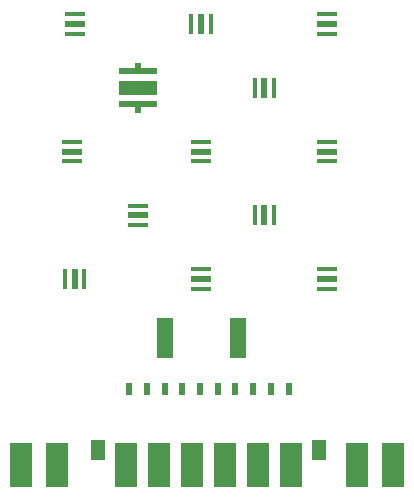
<source format=gtp>
G04*
G04 #@! TF.GenerationSoftware,Altium Limited,Altium Designer,23.2.1 (34)*
G04*
G04 Layer_Color=8421504*
%FSLAX44Y44*%
%MOMM*%
G71*
G04*
G04 #@! TF.SameCoordinates,6A6E008A-4200-4647-9FD2-FB3E41D18EF4*
G04*
G04*
G04 #@! TF.FilePolarity,Positive*
G04*
G01*
G75*
%ADD14R,0.4500X1.7000*%
%ADD15R,0.5500X1.7000*%
%ADD16R,1.7000X0.4500*%
%ADD17R,1.7000X0.5500*%
%ADD18R,3.3000X1.3000*%
%ADD19R,3.3000X0.5000*%
%ADD20R,1.9050X3.8100*%
%ADD21R,1.4500X3.4500*%
%ADD22R,1.2500X1.8000*%
%ADD23R,0.6000X1.0000*%
%ADD24R,0.5000X0.5500*%
D14*
X252250Y244000D02*
D03*
X235750D02*
D03*
X91750Y190000D02*
D03*
X75250D02*
D03*
X252250Y352000D02*
D03*
X235750D02*
D03*
X198750Y406000D02*
D03*
X182250D02*
D03*
D15*
X244000Y244000D02*
D03*
X83500Y190000D02*
D03*
X244000Y352000D02*
D03*
X190500Y406000D02*
D03*
D16*
X137000Y252250D02*
D03*
Y235750D02*
D03*
X297500Y181750D02*
D03*
Y198250D02*
D03*
Y397750D02*
D03*
Y414250D02*
D03*
X83500Y414250D02*
D03*
Y397750D02*
D03*
X190500Y306250D02*
D03*
Y289750D02*
D03*
X297500Y289750D02*
D03*
Y306250D02*
D03*
X81224Y306250D02*
D03*
Y289750D02*
D03*
X190500Y198250D02*
D03*
Y181750D02*
D03*
D17*
X137000Y244000D02*
D03*
X297500Y190000D02*
D03*
Y406000D02*
D03*
X83500Y406000D02*
D03*
X190500Y298000D02*
D03*
X297500Y298000D02*
D03*
X81224Y298000D02*
D03*
X190500Y190000D02*
D03*
D18*
X137000Y352000D02*
D03*
D19*
Y338000D02*
D03*
Y366000D02*
D03*
D20*
X182880Y33020D02*
D03*
X353060D02*
D03*
X322580D02*
D03*
X266700D02*
D03*
X238760D02*
D03*
X210820D02*
D03*
X154940D02*
D03*
X127000D02*
D03*
X68580D02*
D03*
X38100D02*
D03*
D21*
X159500Y139928D02*
D03*
X221500D02*
D03*
D22*
X103450Y45500D02*
D03*
X290550D02*
D03*
D23*
X264500Y97400D02*
D03*
X249500D02*
D03*
X234500D02*
D03*
X219500D02*
D03*
X204500D02*
D03*
X189500D02*
D03*
X174500D02*
D03*
X159500D02*
D03*
X144500D02*
D03*
X129500D02*
D03*
D24*
X137000Y370750D02*
D03*
X137000Y333250D02*
D03*
M02*

</source>
